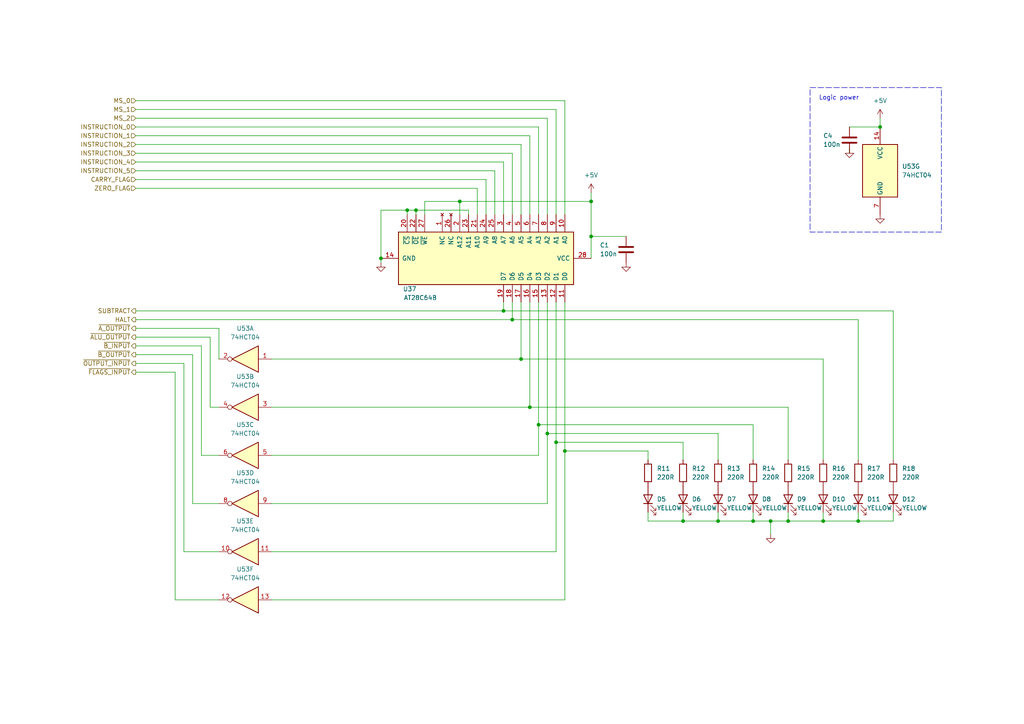
<source format=kicad_sch>
(kicad_sch (version 20230121) (generator eeschema)
  (paper "A4")
  (title_block (title "8-bit CPU") (date "2023-11-28") (rev "1.0") (company "TBR Designs"))
  (lib_symbols
    (symbol "01_my_library:28C64B" (pin_names (offset 1.016))
      (property "Reference" "U" (at 0 0 0))
      (symbol "28C64B_1_1"
        (rectangle (start -7.62 25.4) (end 7.62 -25.4) (stroke (width 0.254)) (fill (type background)))
        (pin no_connect line (at -12.7 -12.7 0) (length 5.08) (name "NC") (number "1"))
        (pin input line (at -12.7 22.86 0) (length 5.08) (name "A0") (number "10"))
        (pin tri_state line (at 12.7 22.86 180) (length 5.08) (name "D0") (number "11"))
        (pin tri_state line (at 12.7 20.32 180) (length 5.08) (name "D1") (number "12"))
        (pin tri_state line (at 12.7 17.78 180) (length 5.08) (name "D2") (number "13"))
        (pin power_in line (at 0 -30.48 90) (length 5.08) (name "GND") (number "14"))
        (pin tri_state line (at 12.7 15.24 180) (length 5.08) (name "D3") (number "15"))
        (pin tri_state line (at 12.7 12.7 180) (length 5.08) (name "D4") (number "16"))
        (pin tri_state line (at 12.7 10.16 180) (length 5.08) (name "D5") (number "17"))
        (pin tri_state line (at 12.7 7.62 180) (length 5.08) (name "D6") (number "18"))
        (pin tri_state line (at 12.7 5.08 180) (length 5.08) (name "D7") (number "19"))
        (pin input line (at -12.7 -7.62 0) (length 5.08) (name "A12") (number "2"))
        (pin input line (at -12.7 -22.86 0) (length 5.08) (name "~{CS}") (number "20"))
        (pin input line (at -12.7 -2.54 0) (length 5.08) (name "A10") (number "21"))
        (pin input line (at -12.7 -20.32 0) (length 5.08) (name "~{OE}") (number "22"))
        (pin input line (at -12.7 -5.08 0) (length 5.08) (name "A11") (number "23"))
        (pin input line (at -12.7 0 0) (length 5.08) (name "A9") (number "24"))
        (pin input line (at -12.7 2.54 0) (length 5.08) (name "A8") (number "25"))
        (pin no_connect line (at -12.7 -10.16 0) (length 5.08) (name "NC") (number "26"))
        (pin input line (at -12.7 -17.78 0) (length 5.08) (name "~{WE}") (number "27"))
        (pin power_in line (at 0 30.48 270) (length 5.08) (name "VCC") (number "28"))
        (pin input line (at -12.7 5.08 0) (length 5.08) (name "A7") (number "3"))
        (pin input line (at -12.7 7.62 0) (length 5.08) (name "A6") (number "4"))
        (pin input line (at -12.7 10.16 0) (length 5.08) (name "A5") (number "5"))
        (pin input line (at -12.7 12.7 0) (length 5.08) (name "A4") (number "6"))
        (pin input line (at -12.7 15.24 0) (length 5.08) (name "A3") (number "7"))
        (pin input line (at -12.7 17.78 0) (length 5.08) (name "A2") (number "8"))
        (pin input line (at -12.7 20.32 0) (length 5.08) (name "A1") (number "9"))
      )
    )
    (symbol "74xx:74HCT04"
      (property "Reference" "U" (at 0 1.27 0))
      (property "Value" "74HCT04" (at 0 -1.27 0))
      (symbol "74HCT04_1_0"
        (polyline (pts (xy -3.81 3.81) (xy -3.81 -3.81) (xy 3.81 0) (xy -3.81 3.81)) (stroke (width 0.254)) (fill (type background)))
        (pin input line (at -7.62 0 0) (length 3.81) (name "~") (number "1"))
        (pin output inverted (at 7.62 0 180) (length 3.81) (name "~") (number "2"))
      )
      (symbol "74HCT04_2_0"
        (polyline (pts (xy -3.81 3.81) (xy -3.81 -3.81) (xy 3.81 0) (xy -3.81 3.81)) (stroke (width 0.254)) (fill (type background)))
        (pin input line (at -7.62 0 0) (length 3.81) (name "~") (number "3"))
        (pin output inverted (at 7.62 0 180) (length 3.81) (name "~") (number "4"))
      )
      (symbol "74HCT04_3_0"
        (polyline (pts (xy -3.81 3.81) (xy -3.81 -3.81) (xy 3.81 0) (xy -3.81 3.81)) (stroke (width 0.254)) (fill (type background)))
        (pin input line (at -7.62 0 0) (length 3.81) (name "~") (number "5"))
        (pin output inverted (at 7.62 0 180) (length 3.81) (name "~") (number "6"))
      )
      (symbol "74HCT04_4_0"
        (polyline (pts (xy -3.81 3.81) (xy -3.81 -3.81) (xy 3.81 0) (xy -3.81 3.81)) (stroke (width 0.254)) (fill (type background)))
        (pin output inverted (at 7.62 0 180) (length 3.81) (name "~") (number "8"))
        (pin input line (at -7.62 0 0) (length 3.81) (name "~") (number "9"))
      )
      (symbol "74HCT04_5_0"
        (polyline (pts (xy -3.81 3.81) (xy -3.81 -3.81) (xy 3.81 0) (xy -3.81 3.81)) (stroke (width 0.254)) (fill (type background)))
        (pin output inverted (at 7.62 0 180) (length 3.81) (name "~") (number "10"))
        (pin input line (at -7.62 0 0) (length 3.81) (name "~") (number "11"))
      )
      (symbol "74HCT04_6_0"
        (polyline (pts (xy -3.81 3.81) (xy -3.81 -3.81) (xy 3.81 0) (xy -3.81 3.81)) (stroke (width 0.254)) (fill (type background)))
        (pin output inverted (at 7.62 0 180) (length 3.81) (name "~") (number "12"))
        (pin input line (at -7.62 0 0) (length 3.81) (name "~") (number "13"))
      )
      (symbol "74HCT04_7_0"
        (pin power_in line (at 0 12.7 270) (length 5.08) (name "VCC") (number "14"))
        (pin power_in line (at 0 -12.7 90) (length 5.08) (name "GND") (number "7"))
      )
      (symbol "74HCT04_7_1"
        (rectangle (start -5.08 7.62) (end 5.08 -7.62) (stroke (width 0.254)) (fill (type background)))
      )
    )
    (symbol "Device:C" (pin_numbers hide) (pin_names (offset 0.254))
      (property "Reference" "C" (at 0.635 2.54 0))
      (property "Value" "C" (at 0.635 -2.54 0))
      (symbol "C_0_1"
        (polyline (pts (xy -2.032 -0.762) (xy 2.032 -0.762)) (stroke (width 0.508)))
        (polyline (pts (xy -2.032 0.762) (xy 2.032 0.762)) (stroke (width 0.508)))
      )
      (symbol "C_1_1"
        (pin passive line (at 0 3.81 270) (length 2.794) (name "~") (number "1"))
        (pin passive line (at 0 -3.81 90) (length 2.794) (name "~") (number "2"))
      )
    )
    (symbol "Device:LED" (pin_numbers hide) (pin_names (offset 1.016) hide)
      (property "Reference" "D" (at 0 2.54 0))
      (property "Value" "LED" (at 0 -2.54 0))
      (symbol "LED_0_1"
        (polyline (pts (xy -1.27 -1.27) (xy -1.27 1.27)) (stroke (width 0.254)))
        (polyline (pts (xy -1.27 0) (xy 1.27 0)))
        (polyline (pts (xy 1.27 -1.27) (xy 1.27 1.27) (xy -1.27 0) (xy 1.27 -1.27)) (stroke (width 0.254)))
        (polyline (pts (xy -3.048 -0.762) (xy -4.572 -2.286) (xy -3.81 -2.286) (xy -4.572 -2.286) (xy -4.572 -1.524)))
        (polyline (pts (xy -1.778 -0.762) (xy -3.302 -2.286) (xy -2.54 -2.286) (xy -3.302 -2.286) (xy -3.302 -1.524)))
      )
      (symbol "LED_1_1"
        (pin passive line (at -3.81 0 0) (length 2.54) (name "K") (number "1"))
        (pin passive line (at 3.81 0 180) (length 2.54) (name "A") (number "2"))
      )
    )
    (symbol "Device:R" (pin_numbers hide) (pin_names (offset 0))
      (property "Reference" "R" (at 2.032 0 90))
      (property "Value" "R" (at 0 0 90))
      (symbol "R_0_1"
        (rectangle (start -1.016 -2.54) (end 1.016 2.54) (stroke (width 0.254)))
      )
      (symbol "R_1_1"
        (pin passive line (at 0 3.81 270) (length 1.27) (name "~") (number "1"))
        (pin passive line (at 0 -3.81 90) (length 1.27) (name "~") (number "2"))
      )
    )
    (symbol "power:+5V" (power) (pin_names (offset 0))
      (property "Value" "+5V" (at 0 3.556 0))
      (symbol "+5V_0_1"
        (polyline (pts (xy -0.762 1.27) (xy 0 2.54)))
        (polyline (pts (xy 0 0) (xy 0 2.54)))
        (polyline (pts (xy 0 2.54) (xy 0.762 1.27)))
      )
      (symbol "+5V_1_1"
        (pin power_in line (at 0 0 90) (length 0) hide (name "+5V") (number "1"))
      )
    )
    (symbol "power:GND" (power) (pin_names (offset 0))
      (property "Value" "GND" (at 0 -3.81 0))
      (symbol "GND_0_1"
        (polyline (pts (xy 0 0) (xy 0 -1.27) (xy 1.27 -1.27) (xy 0 -2.54) (xy -1.27 -1.27) (xy 0 -1.27)))
      )
      (symbol "GND_1_1"
        (pin power_in line (at 0 0 270) (length 0) hide (name "GND") (number "1"))
      )
    )
  )
  (junction (at 118.11 60.96))
  (junction (at 171.45 68.58))
  (junction (at 223.52 151.13))
  (junction (at 171.45 58.42))
  (junction (at 198.12 151.13))
  (junction (at 148.59 92.71))
  (junction (at 146.05 90.17))
  (junction (at 120.65 60.96))
  (junction (at 228.6 151.13))
  (junction (at 248.92 151.13))
  (junction (at 110.49 74.93))
  (junction (at 161.29 128.27))
  (junction (at 156.21 123.19))
  (junction (at 238.76 151.13))
  (junction (at 133.35 58.42))
  (junction (at 208.28 151.13))
  (junction (at 158.75 125.73))
  (junction (at 255.27 36.83))
  (junction (at 151.13 104.14))
  (junction (at 153.67 118.11))
  (junction (at 218.44 151.13))
  (junction (at 163.83 130.81))
  (wire (pts (xy 138.43 54.61) (xy 138.43 62.23)))
  (wire (pts (xy 39.37 34.29) (xy 158.75 34.29)))
  (wire (pts (xy 39.37 52.07) (xy 140.97 52.07)))
  (wire (pts (xy 58.42 100.33) (xy 39.37 100.33)))
  (wire (pts (xy 78.74 160.02) (xy 161.29 160.02)))
  (wire (pts (xy 156.21 132.08) (xy 78.74 132.08)))
  (wire (pts (xy 123.19 58.42) (xy 133.35 58.42)))
  (wire (pts (xy 39.37 41.91) (xy 151.13 41.91)))
  (wire (pts (xy 135.89 62.23) (xy 135.89 60.96)))
  (wire (pts (xy 143.51 49.53) (xy 143.51 62.23)))
  (wire (pts (xy 259.08 151.13) (xy 259.08 148.59)))
  (wire (pts (xy 39.37 49.53) (xy 143.51 49.53)))
  (wire (pts (xy 163.83 29.21) (xy 163.83 62.23)))
  (wire (pts (xy 158.75 34.29) (xy 158.75 62.23)))
  (wire (pts (xy 39.37 29.21) (xy 163.83 29.21)))
  (wire (pts (xy 146.05 90.17) (xy 39.37 90.17)))
  (wire (pts (xy 63.5 104.14) (xy 63.5 95.25)))
  (wire (pts (xy 120.65 60.96) (xy 135.89 60.96)))
  (wire (pts (xy 118.11 60.96) (xy 110.49 60.96)))
  (wire (pts (xy 161.29 128.27) (xy 198.12 128.27)))
  (wire (pts (xy 171.45 55.88) (xy 171.45 58.42)))
  (wire (pts (xy 248.92 133.35) (xy 248.92 92.71)))
  (wire (pts (xy 171.45 74.93) (xy 171.45 68.58)))
  (wire (pts (xy 39.37 39.37) (xy 153.67 39.37)))
  (wire (pts (xy 118.11 60.96) (xy 120.65 60.96)))
  (wire (pts (xy 58.42 132.08) (xy 58.42 100.33)))
  (wire (pts (xy 133.35 58.42) (xy 171.45 58.42)))
  (wire (pts (xy 39.37 46.99) (xy 146.05 46.99)))
  (wire (pts (xy 63.5 160.02) (xy 53.34 160.02)))
  (wire (pts (xy 228.6 118.11) (xy 153.67 118.11)))
  (wire (pts (xy 161.29 31.75) (xy 161.29 62.23)))
  (wire (pts (xy 158.75 87.63) (xy 158.75 125.73)))
  (wire (pts (xy 187.96 151.13) (xy 198.12 151.13)))
  (wire (pts (xy 198.12 133.35) (xy 198.12 128.27)))
  (wire (pts (xy 246.38 36.83) (xy 255.27 36.83)))
  (wire (pts (xy 259.08 90.17) (xy 146.05 90.17)))
  (wire (pts (xy 39.37 54.61) (xy 138.43 54.61)))
  (wire (pts (xy 110.49 60.96) (xy 110.49 74.93)))
  (wire (pts (xy 246.38 43.18) (xy 246.38 44.45)))
  (wire (pts (xy 171.45 68.58) (xy 181.61 68.58)))
  (wire (pts (xy 198.12 151.13) (xy 208.28 151.13)))
  (wire (pts (xy 63.5 173.99) (xy 50.8 173.99)))
  (wire (pts (xy 153.67 118.11) (xy 78.74 118.11)))
  (wire (pts (xy 248.92 151.13) (xy 259.08 151.13)))
  (wire (pts (xy 60.96 118.11) (xy 60.96 97.79)))
  (wire (pts (xy 63.5 132.08) (xy 58.42 132.08)))
  (wire (pts (xy 198.12 151.13) (xy 198.12 148.59)))
  (wire (pts (xy 50.8 173.99) (xy 50.8 107.95)))
  (wire (pts (xy 63.5 146.05) (xy 55.88 146.05)))
  (wire (pts (xy 60.96 97.79) (xy 39.37 97.79)))
  (wire (pts (xy 218.44 133.35) (xy 218.44 123.19)))
  (wire (pts (xy 238.76 104.14) (xy 151.13 104.14)))
  (wire (pts (xy 78.74 104.14) (xy 151.13 104.14)))
  (wire (pts (xy 228.6 151.13) (xy 238.76 151.13)))
  (wire (pts (xy 39.37 36.83) (xy 156.21 36.83)))
  (wire (pts (xy 53.34 160.02) (xy 53.34 105.41)))
  (wire (pts (xy 161.29 160.02) (xy 161.29 128.27)))
  (wire (pts (xy 148.59 92.71) (xy 148.59 87.63)))
  (wire (pts (xy 55.88 146.05) (xy 55.88 102.87)))
  (wire (pts (xy 158.75 125.73) (xy 158.75 146.05)))
  (wire (pts (xy 223.52 154.94) (xy 223.52 151.13)))
  (wire (pts (xy 153.67 39.37) (xy 153.67 62.23)))
  (wire (pts (xy 133.35 58.42) (xy 133.35 62.23)))
  (wire (pts (xy 228.6 151.13) (xy 228.6 148.59)))
  (wire (pts (xy 39.37 31.75) (xy 161.29 31.75)))
  (wire (pts (xy 228.6 133.35) (xy 228.6 118.11)))
  (wire (pts (xy 218.44 123.19) (xy 156.21 123.19)))
  (wire (pts (xy 208.28 151.13) (xy 218.44 151.13)))
  (wire (pts (xy 238.76 151.13) (xy 238.76 148.59)))
  (wire (pts (xy 146.05 87.63) (xy 146.05 90.17)))
  (wire (pts (xy 218.44 151.13) (xy 223.52 151.13)))
  (wire (pts (xy 148.59 44.45) (xy 148.59 62.23)))
  (wire (pts (xy 118.11 60.96) (xy 118.11 62.23)))
  (wire (pts (xy 63.5 95.25) (xy 39.37 95.25)))
  (wire (pts (xy 156.21 123.19) (xy 156.21 132.08)))
  (wire (pts (xy 208.28 125.73) (xy 158.75 125.73)))
  (wire (pts (xy 39.37 92.71) (xy 148.59 92.71)))
  (wire (pts (xy 163.83 173.99) (xy 163.83 130.81)))
  (wire (pts (xy 123.19 58.42) (xy 123.19 62.23)))
  (wire (pts (xy 140.97 52.07) (xy 140.97 62.23)))
  (wire (pts (xy 156.21 36.83) (xy 156.21 62.23)))
  (wire (pts (xy 39.37 44.45) (xy 148.59 44.45)))
  (wire (pts (xy 187.96 151.13) (xy 187.96 148.59)))
  (wire (pts (xy 158.75 146.05) (xy 78.74 146.05)))
  (wire (pts (xy 110.49 76.2) (xy 110.49 74.93)))
  (wire (pts (xy 55.88 102.87) (xy 39.37 102.87)))
  (wire (pts (xy 223.52 151.13) (xy 228.6 151.13)))
  (wire (pts (xy 120.65 60.96) (xy 120.65 62.23)))
  (wire (pts (xy 208.28 151.13) (xy 208.28 148.59)))
  (wire (pts (xy 156.21 87.63) (xy 156.21 123.19)))
  (wire (pts (xy 151.13 87.63) (xy 151.13 104.14)))
  (wire (pts (xy 53.34 105.41) (xy 39.37 105.41)))
  (wire (pts (xy 50.8 107.95) (xy 39.37 107.95)))
  (wire (pts (xy 78.74 173.99) (xy 163.83 173.99)))
  (wire (pts (xy 161.29 128.27) (xy 161.29 87.63)))
  (wire (pts (xy 187.96 133.35) (xy 187.96 130.81)))
  (wire (pts (xy 248.92 92.71) (xy 148.59 92.71)))
  (wire (pts (xy 171.45 58.42) (xy 171.45 68.58)))
  (wire (pts (xy 151.13 41.91) (xy 151.13 62.23)))
  (wire (pts (xy 208.28 133.35) (xy 208.28 125.73)))
  (wire (pts (xy 187.96 130.81) (xy 163.83 130.81)))
  (wire (pts (xy 153.67 87.63) (xy 153.67 118.11)))
  (wire (pts (xy 218.44 151.13) (xy 218.44 148.59)))
  (wire (pts (xy 255.27 34.29) (xy 255.27 36.83)))
  (wire (pts (xy 259.08 133.35) (xy 259.08 90.17)))
  (wire (pts (xy 146.05 46.99) (xy 146.05 62.23)))
  (wire (pts (xy 248.92 151.13) (xy 248.92 148.59)))
  (wire (pts (xy 163.83 130.81) (xy 163.83 87.63)))
  (wire (pts (xy 238.76 151.13) (xy 248.92 151.13)))
  (wire (pts (xy 63.5 118.11) (xy 60.96 118.11)))
  (wire (pts (xy 238.76 133.35) (xy 238.76 104.14)))
  (rectangle (start 234.95 25.4) (end 273.05 67.31) (stroke (width 0) (type dash)))
  (text "Logic power" (at 237.49 29.21 0) (effects (font (size 1.27 1.27)) (justify left bottom)))
  (hierarchical_label "MS_1" (shape input) (at 39.37 31.75 180))
  (hierarchical_label "INSTRUCTION_3" (shape input) (at 39.37 44.45 180))
  (hierarchical_label "INSTRUCTION_1" (shape input) (at 39.37 39.37 180))
  (hierarchical_label "ZERO_FLAG" (shape input) (at 39.37 54.61 180))
  (hierarchical_label "CARRY_FLAG" (shape input) (at 39.37 52.07 180))
  (hierarchical_label "MS_2" (shape input) (at 39.37 34.29 180))
  (hierarchical_label "INSTRUCTION_5" (shape input) (at 39.37 49.53 180))
  (hierarchical_label "HALT" (shape output) (at 39.37 92.71 180))
  (hierarchical_label "INSTRUCTION_4" (shape input) (at 39.37 46.99 180))
  (hierarchical_label "INSTRUCTION_2" (shape input) (at 39.37 41.91 180))
  (hierarchical_label "SUBTRACT" (shape output) (at 39.37 90.17 180))
  (hierarchical_label "~{FLAGS_INPUT}" (shape output) (at 39.37 107.95 180))
  (hierarchical_label "~{B_INPUT}" (shape output) (at 39.37 100.33 180))
  (hierarchical_label "~{OUTPUT_INPUT}" (shape output) (at 39.37 105.41 180))
  (hierarchical_label "~{ALU_OUTPUT}" (shape output) (at 39.37 97.79 180))
  (hierarchical_label "MS_0" (shape input) (at 39.37 29.21 180))
  (hierarchical_label "~{B_OUTPUT}" (shape output) (at 39.37 102.87 180))
  (hierarchical_label "INSTRUCTION_0" (shape input) (at 39.37 36.83 180))
  (hierarchical_label "~{A_OUTPUT}" (shape output) (at 39.37 95.25 180))
  (symbol (lib_id "Device:LED") (at 238.76 144.78 90) (unit 1)
    (property "Reference" "D10" (at 241.3 144.78 90) (effects (justify right)))
    (property "Value" "YELLOW" (at 241.3 147.32 90) (effects (justify right)))
    (property "Footprint" "LED_THT:LED_D5.0mm" (effects hide))
    (instances (project "8-bit-cpu" (path "" (reference "D10") (unit 1)) (path "" (reference "D18") (unit 1)) (path "" (reference "D34") (unit 1)) (path "" (reference "D706") (unit 1)) (path "" (reference "D50") (unit 1)) (path "" (reference "D104") (unit 1)) (path "" (reference "D95") (unit 1))))
  )
  (symbol (lib_id "74xx:74HCT04") (at 255.27 49.53 0) (unit 7)
    (property "Reference" "U53" (at 261.62 48.26 0) (effects (justify left)))
    (property "Value" "74HCT04" (at 261.62 50.8 0) (effects (justify left)))
    (property "Footprint" "Package_DIP:DIP-14_W7.62mm" (effects hide))
    (property "Datasheet" "https://assets.nexperia.com/documents/data-sheet/74HC_HCT04.pdf" (effects hide))
    (instances (project "8-bit-cpu" (path "" (reference "U53") (unit 7)) (path "" (reference "U46") (unit 7))))
  )
  (symbol (lib_id "Device:LED") (at 187.96 144.78 90) (unit 1)
    (property "Reference" "D5" (at 190.5 144.78 90) (effects (justify right)))
    (property "Value" "YELLOW" (at 190.5 147.32 90) (effects (justify right)))
    (property "Footprint" "LED_THT:LED_D5.0mm" (effects hide))
    (instances (project "8-bit-cpu" (path "" (reference "D5") (unit 1)) (path "" (reference "D13") (unit 1)) (path "" (reference "D29") (unit 1)) (path "" (reference "D701") (unit 1)) (path "" (reference "D45") (unit 1)) (path "" (reference "D99") (unit 1)) (path "" (reference "D90") (unit 1))))
  )
  (symbol (lib_id "power:+5V") (at 255.27 34.29 0) (unit 1)
    (property "Reference" "#PWR05" (effects hide))
    (property "Value" "+5V" (at 255.27 29.21 0))
    (instances (project "8-bit-cpu" (path "" (reference "#PWR05") (unit 1)) (path "" (reference "#PWR0164") (unit 1)) (path "" (reference "#PWR0216") (unit 1)) (path "" (reference "#PWR0189") (unit 1))))
  )
  (symbol (lib_id "power:GND") (at 181.61 76.2 0) (unit 1)
    (property "Reference" "#PWR012" (effects hide))
    (property "Value" "GND" (effects hide))
    (instances (project "8-bit-cpu" (path "" (reference "#PWR012") (unit 1)) (path "" (reference "#PWR0154") (unit 1)) (path "" (reference "#PWR0199") (unit 1)) (path "" (reference "#PWR0214") (unit 1)) (path "" (reference "#PWR0194") (unit 1))))
  )
  (symbol (lib_id "Device:R") (at 198.12 137.16 0) (unit 1)
    (property "Reference" "R12" (at 200.66 135.89 0) (effects (justify left)))
    (property "Value" "220R" (at 200.66 138.43 0) (effects (justify left)))
    (property "Footprint" "Resistor_THT:R_Axial_DIN0204_L3.6mm_D1.6mm_P7.62mm_Horizontal" (effects hide))
    (instances (project "8-bit-cpu" (path "" (reference "R12") (unit 1)) (path "" (reference "R20") (unit 1)) (path "" (reference "R44") (unit 1)) (path "" (reference "R702") (unit 1)) (path "" (reference "R68") (unit 1)) (path "" (reference "R144") (unit 1)) (path "" (reference "R135") (unit 1))))
  )
  (symbol (lib_id "Device:R") (at 208.28 137.16 0) (unit 1)
    (property "Reference" "R13" (at 210.82 135.89 0) (effects (justify left)))
    (property "Value" "220R" (at 210.82 138.43 0) (effects (justify left)))
    (property "Footprint" "Resistor_THT:R_Axial_DIN0204_L3.6mm_D1.6mm_P7.62mm_Horizontal" (effects hide))
    (instances (project "8-bit-cpu" (path "" (reference "R13") (unit 1)) (path "" (reference "R21") (unit 1)) (path "" (reference "R45") (unit 1)) (path "" (reference "R703") (unit 1)) (path "" (reference "R69") (unit 1)) (path "" (reference "R145") (unit 1)) (path "" (reference "R136") (unit 1))))
  )
  (symbol (lib_id "Device:R") (at 248.92 137.16 0) (unit 1)
    (property "Reference" "R17" (at 251.46 135.89 0) (effects (justify left)))
    (property "Value" "220R" (at 251.46 138.43 0) (effects (justify left)))
    (property "Footprint" "Resistor_THT:R_Axial_DIN0204_L3.6mm_D1.6mm_P7.62mm_Horizontal" (effects hide))
    (instances (project "8-bit-cpu" (path "" (reference "R17") (unit 1)) (path "" (reference "R25") (unit 1)) (path "" (reference "R49") (unit 1)) (path "" (reference "R707") (unit 1)) (path "" (reference "R73") (unit 1)) (path "" (reference "R149") (unit 1)) (path "" (reference "R140") (unit 1))))
  )
  (symbol (lib_id "01_my_library:28C64B") (at 140.97 74.93 270) (unit 1)
    (property "Reference" "U37" (at 116.84 83.82 90) (effects (justify left)))
    (property "Value" "AT28C64B" (at 121.92 86.36 90))
    (property "Footprint" "Package_DIP:DIP-28_W15.24mm_Socket" (effects hide))
    (instances (project "8-bit-cpu" (path "" (reference "U37") (unit 1)) (path "" (reference "U46") (unit 1)) (path "" (reference "U52") (unit 1)) (path "" (reference "U47") (unit 1))))
  )
  (symbol (lib_id "Device:R") (at 228.6 137.16 0) (unit 1)
    (property "Reference" "R15" (at 231.14 135.89 0) (effects (justify left)))
    (property "Value" "220R" (at 231.14 138.43 0) (effects (justify left)))
    (property "Footprint" "Resistor_THT:R_Axial_DIN0204_L3.6mm_D1.6mm_P7.62mm_Horizontal" (effects hide))
    (instances (project "8-bit-cpu" (path "" (reference "R15") (unit 1)) (path "" (reference "R23") (unit 1)) (path "" (reference "R47") (unit 1)) (path "" (reference "R705") (unit 1)) (path "" (reference "R71") (unit 1)) (path "" (reference "R147") (unit 1)) (path "" (reference "R138") (unit 1))))
  )
  (symbol (lib_id "Device:R") (at 218.44 137.16 0) (unit 1)
    (property "Reference" "R14" (at 220.98 135.89 0) (effects (justify left)))
    (property "Value" "220R" (at 220.98 138.43 0) (effects (justify left)))
    (property "Footprint" "Resistor_THT:R_Axial_DIN0204_L3.6mm_D1.6mm_P7.62mm_Horizontal" (effects hide))
    (instances (project "8-bit-cpu" (path "" (reference "R14") (unit 1)) (path "" (reference "R22") (unit 1)) (path "" (reference "R46") (unit 1)) (path "" (reference "R704") (unit 1)) (path "" (reference "R70") (unit 1)) (path "" (reference "R146") (unit 1)) (path "" (reference "R137") (unit 1))))
  )
  (symbol (lib_id "power:GND") (at 246.38 43.18 0) (unit 1)
    (property "Reference" "#PWR011" (effects hide))
    (property "Value" "GND" (effects hide))
    (instances (project "8-bit-cpu" (path "" (reference "#PWR011") (unit 1)) (path "" (reference "#PWR0165") (unit 1)) (path "" (reference "#PWR0217") (unit 1)) (path "" (reference "#PWR0190") (unit 1))))
  )
  (symbol (lib_id "74xx:74HCT04") (at 71.12 132.08 180) (unit 3)
    (property "Reference" "U53" (at 71.12 123.19 0))
    (property "Value" "74HCT04" (at 71.12 125.73 0))
    (property "Footprint" "Package_DIP:DIP-14_W7.62mm" (effects hide))
    (property "Datasheet" "https://assets.nexperia.com/documents/data-sheet/74HC_HCT04.pdf" (effects hide))
    (instances (project "8-bit-cpu" (path "" (reference "U53") (unit 3)) (path "" (reference "U46") (unit 3))))
  )
  (symbol (lib_id "power:GND") (at 110.49 76.2 0) (unit 1)
    (property "Reference" "#PWR0200" (effects hide))
    (property "Value" "GND" (effects hide))
    (instances (project "8-bit-cpu" (path "" (reference "#PWR0200") (unit 1)) (path "" (reference "#PWR0213") (unit 1)) (path "" (reference "#PWR0193") (unit 1))))
  )
  (symbol (lib_id "power:+5V") (at 171.45 55.88 0) (unit 1)
    (property "Reference" "#PWR07" (effects hide))
    (property "Value" "+5V" (at 171.45 50.8 0))
    (instances (project "8-bit-cpu" (path "" (reference "#PWR07") (unit 1)) (path "" (reference "#PWR0153") (unit 1)) (path "" (reference "#PWR0198") (unit 1)) (path "" (reference "#PWR0212") (unit 1)) (path "" (reference "#PWR0191") (unit 1))))
  )
  (symbol (lib_id "Device:LED") (at 248.92 144.78 90) (unit 1)
    (property "Reference" "D11" (at 251.46 144.78 90) (effects (justify right)))
    (property "Value" "YELLOW" (at 251.46 147.32 90) (effects (justify right)))
    (property "Footprint" "LED_THT:LED_D5.0mm" (effects hide))
    (instances (project "8-bit-cpu" (path "" (reference "D11") (unit 1)) (path "" (reference "D19") (unit 1)) (path "" (reference "D35") (unit 1)) (path "" (reference "D707") (unit 1)) (path "" (reference "D51") (unit 1)) (path "" (reference "D105") (unit 1)) (path "" (reference "D96") (unit 1))))
  )
  (symbol (lib_id "Device:R") (at 187.96 137.16 0) (unit 1)
    (property "Reference" "R11" (at 190.5 135.89 0) (effects (justify left)))
    (property "Value" "220R" (at 190.5 138.43 0) (effects (justify left)))
    (property "Footprint" "Resistor_THT:R_Axial_DIN0204_L3.6mm_D1.6mm_P7.62mm_Horizontal" (effects hide))
    (instances (project "8-bit-cpu" (path "" (reference "R11") (unit 1)) (path "" (reference "R19") (unit 1)) (path "" (reference "R43") (unit 1)) (path "" (reference "R701") (unit 1)) (path "" (reference "R67") (unit 1)) (path "" (reference "R143") (unit 1)) (path "" (reference "R134") (unit 1))))
  )
  (symbol (lib_id "Device:LED") (at 259.08 144.78 90) (unit 1)
    (property "Reference" "D12" (at 261.62 144.78 90) (effects (justify right)))
    (property "Value" "YELLOW" (at 261.62 147.32 90) (effects (justify right)))
    (property "Footprint" "LED_THT:LED_D5.0mm" (effects hide))
    (instances (project "8-bit-cpu" (path "" (reference "D12") (unit 1)) (path "" (reference "D20") (unit 1)) (path "" (reference "D36") (unit 1)) (path "" (reference "D708") (unit 1)) (path "" (reference "D52") (unit 1)) (path "" (reference "D106") (unit 1)) (path "" (reference "D97") (unit 1))))
  )
  (symbol (lib_id "power:GND") (at 223.52 154.94 0) (unit 1)
    (property "Reference" "#PWR045" (effects hide))
    (property "Value" "GND" (effects hide))
    (instances (project "8-bit-cpu" (path "" (reference "#PWR045") (unit 1)) (path "" (reference "#PWR051") (unit 1)) (path "" (reference "#PWR074") (unit 1)) (path "" (reference "#PWR0710") (unit 1)) (path "" (reference "#PWR0101") (unit 1)) (path "" (reference "#PWR0215") (unit 1)) (path "" (reference "#PWR0195") (unit 1))))
  )
  (symbol (lib_id "Device:LED") (at 228.6 144.78 90) (unit 1)
    (property "Reference" "D9" (at 231.14 144.78 90) (effects (justify right)))
    (property "Value" "YELLOW" (at 231.14 147.32 90) (effects (justify right)))
    (property "Footprint" "LED_THT:LED_D5.0mm" (effects hide))
    (instances (project "8-bit-cpu" (path "" (reference "D9") (unit 1)) (path "" (reference "D17") (unit 1)) (path "" (reference "D33") (unit 1)) (path "" (reference "D705") (unit 1)) (path "" (reference "D49") (unit 1)) (path "" (reference "D103") (unit 1)) (path "" (reference "D94") (unit 1))))
  )
  (symbol (lib_id "Device:LED") (at 218.44 144.78 90) (unit 1)
    (property "Reference" "D8" (at 220.98 144.78 90) (effects (justify right)))
    (property "Value" "YELLOW" (at 220.98 147.32 90) (effects (justify right)))
    (property "Footprint" "LED_THT:LED_D5.0mm" (effects hide))
    (instances (project "8-bit-cpu" (path "" (reference "D8") (unit 1)) (path "" (reference "D16") (unit 1)) (path "" (reference "D32") (unit 1)) (path "" (reference "D704") (unit 1)) (path "" (reference "D48") (unit 1)) (path "" (reference "D102") (unit 1)) (path "" (reference "D93") (unit 1))))
  )
  (symbol (lib_id "74xx:74HCT04") (at 71.12 118.11 180) (unit 2)
    (property "Reference" "U53" (at 71.12 109.22 0))
    (property "Value" "74HCT04" (at 71.12 111.76 0))
    (property "Footprint" "Package_DIP:DIP-14_W7.62mm" (effects hide))
    (property "Datasheet" "https://assets.nexperia.com/documents/data-sheet/74HC_HCT04.pdf" (effects hide))
    (instances (project "8-bit-cpu" (path "" (reference "U53") (unit 2)) (path "" (reference "U46") (unit 2))))
  )
  (symbol (lib_id "74xx:74HCT04") (at 71.12 104.14 180) (unit 1)
    (property "Reference" "U53" (at 71.12 95.25 0))
    (property "Value" "74HCT04" (at 71.12 97.79 0))
    (property "Footprint" "Package_DIP:DIP-14_W7.62mm" (effects hide))
    (property "Datasheet" "https://assets.nexperia.com/documents/data-sheet/74HC_HCT04.pdf" (effects hide))
    (instances (project "8-bit-cpu" (path "" (reference "U53") (unit 1)) (path "" (reference "U46") (unit 1))))
  )
  (symbol (lib_id "Device:C") (at 246.38 40.64 0) (unit 1)
    (property "Reference" "C4" (at 238.76 39.37 0) (effects (justify left)))
    (property "Value" "100n" (at 238.76 41.91 0) (effects (justify left)))
    (property "Footprint" "01_my_library:C_Disc_D4.0mm_W2.6mm_P2.50mm" (effects hide))
    (instances (project "8-bit-cpu" (path "" (reference "C4") (unit 1)) (path "" (reference "C59") (unit 1)) (path "" (reference "C61") (unit 1)) (path "" (reference "C54") (unit 1))))
  )
  (symbol (lib_id "74xx:74HCT04") (at 71.12 160.02 180) (unit 5)
    (property "Reference" "U53" (at 71.12 151.13 0))
    (property "Value" "74HCT04" (at 71.12 153.67 0))
    (property "Footprint" "Package_DIP:DIP-14_W7.62mm" (effects hide))
    (property "Datasheet" "https://assets.nexperia.com/documents/data-sheet/74HC_HCT04.pdf" (effects hide))
    (instances (project "8-bit-cpu" (path "" (reference "U53") (unit 5)) (path "" (reference "U46") (unit 5))))
  )
  (symbol (lib_id "Device:R") (at 259.08 137.16 0) (unit 1)
    (property "Reference" "R18" (at 261.62 135.89 0) (effects (justify left)))
    (property "Value" "220R" (at 261.62 138.43 0) (effects (justify left)))
    (property "Footprint" "Resistor_THT:R_Axial_DIN0204_L3.6mm_D1.6mm_P7.62mm_Horizontal" (effects hide))
    (instances (project "8-bit-cpu" (path "" (reference "R18") (unit 1)) (path "" (reference "R26") (unit 1)) (path "" (reference "R50") (unit 1)) (path "" (reference "R708") (unit 1)) (path "" (reference "R74") (unit 1)) (path "" (reference "R150") (unit 1)) (path "" (reference "R141") (unit 1))))
  )
  (symbol (lib_id "Device:LED") (at 198.12 144.78 90) (unit 1)
    (property "Reference" "D6" (at 200.66 144.78 90) (effects (justify right)))
    (property "Value" "YELLOW" (at 200.66 147.32 90) (effects (justify right)))
    (property "Footprint" "LED_THT:LED_D5.0mm" (effects hide))
    (instances (project "8-bit-cpu" (path "" (reference "D6") (unit 1)) (path "" (reference "D14") (unit 1)) (path "" (reference "D30") (unit 1)) (path "" (reference "D702") (unit 1)) (path "" (reference "D46") (unit 1)) (path "" (reference "D100") (unit 1)) (path "" (reference "D91") (unit 1))))
  )
  (symbol (lib_id "Device:R") (at 238.76 137.16 0) (unit 1)
    (property "Reference" "R16" (at 241.3 135.89 0) (effects (justify left)))
    (property "Value" "220R" (at 241.3 138.43 0) (effects (justify left)))
    (property "Footprint" "Resistor_THT:R_Axial_DIN0204_L3.6mm_D1.6mm_P7.62mm_Horizontal" (effects hide))
    (instances (project "8-bit-cpu" (path "" (reference "R16") (unit 1)) (path "" (reference "R24") (unit 1)) (path "" (reference "R48") (unit 1)) (path "" (reference "R706") (unit 1)) (path "" (reference "R72") (unit 1)) (path "" (reference "R148") (unit 1)) (path "" (reference "R139") (unit 1))))
  )
  (symbol (lib_id "74xx:74HCT04") (at 71.12 173.99 180) (unit 6)
    (property "Reference" "U53" (at 71.12 165.1 0))
    (property "Value" "74HCT04" (at 71.12 167.64 0))
    (property "Footprint" "Package_DIP:DIP-14_W7.62mm" (effects hide))
    (property "Datasheet" "https://assets.nexperia.com/documents/data-sheet/74HC_HCT04.pdf" (effects hide))
    (instances (project "8-bit-cpu" (path "" (reference "U53") (unit 6)) (path "" (reference "U46") (unit 6))))
  )
  (symbol (lib_id "74xx:74HCT04") (at 71.12 146.05 180) (unit 4)
    (property "Reference" "U53" (at 71.12 137.16 0))
    (property "Value" "74HCT04" (at 71.12 139.7 0))
    (property "Footprint" "Package_DIP:DIP-14_W7.62mm" (effects hide))
    (property "Datasheet" "https://assets.nexperia.com/documents/data-sheet/74HC_HCT04.pdf" (effects hide))
    (instances (project "8-bit-cpu" (path "" (reference "U53") (unit 4)) (path "" (reference "U46") (unit 4))))
  )
  (symbol (lib_id "Device:C") (at 181.61 72.39 0) (unit 1)
    (property "Reference" "C1" (at 173.99 71.12 0) (effects (justify left)))
    (property "Value" "100n" (at 173.99 73.66 0) (effects (justify left)))
    (property "Footprint" "01_my_library:C_Disc_D4.0mm_W2.6mm_P2.50mm" (effects hide))
    (instances (project "8-bit-cpu" (path "" (reference "C1") (unit 1)) (path "" (reference "C45") (unit 1)) (path "" (reference "C55") (unit 1)) (path "" (reference "C60") (unit 1)) (path "" (reference "C55") (unit 1))))
  )
  (symbol (lib_id "Device:LED") (at 208.28 144.78 90) (unit 1)
    (property "Reference" "D7" (at 210.82 144.78 90) (effects (justify right)))
    (property "Value" "YELLOW" (at 210.82 147.32 90) (effects (justify right)))
    (property "Footprint" "LED_THT:LED_D5.0mm" (effects hide))
    (instances (project "8-bit-cpu" (path "" (reference "D7") (unit 1)) (path "" (reference "D15") (unit 1)) (path "" (reference "D31") (unit 1)) (path "" (reference "D703") (unit 1)) (path "" (reference "D47") (unit 1)) (path "" (reference "D101") (unit 1)) (path "" (reference "D92") (unit 1))))
  )
  (symbol (lib_id "power:GND") (at 255.27 62.23 0) (unit 1)
    (property "Reference" "#PWR011" (effects hide))
    (property "Value" "GND" (effects hide))
    (instances (project "8-bit-cpu" (path "" (reference "#PWR011") (unit 1)) (path "" (reference "#PWR0166") (unit 1)) (path "" (reference "#PWR0218") (unit 1)) (path "" (reference "#PWR0192") (unit 1))))
  )
)
</source>
